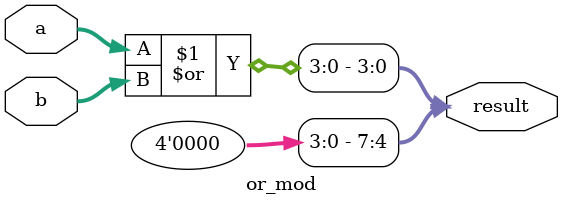
<source format=v>
`timescale 1ns / 1ps

module or_mod(
    input [3:0] a,
    input [3:0] b,
    output [7:0] result
);

    assign result = {4'b0, a | b};
    
endmodule


</source>
